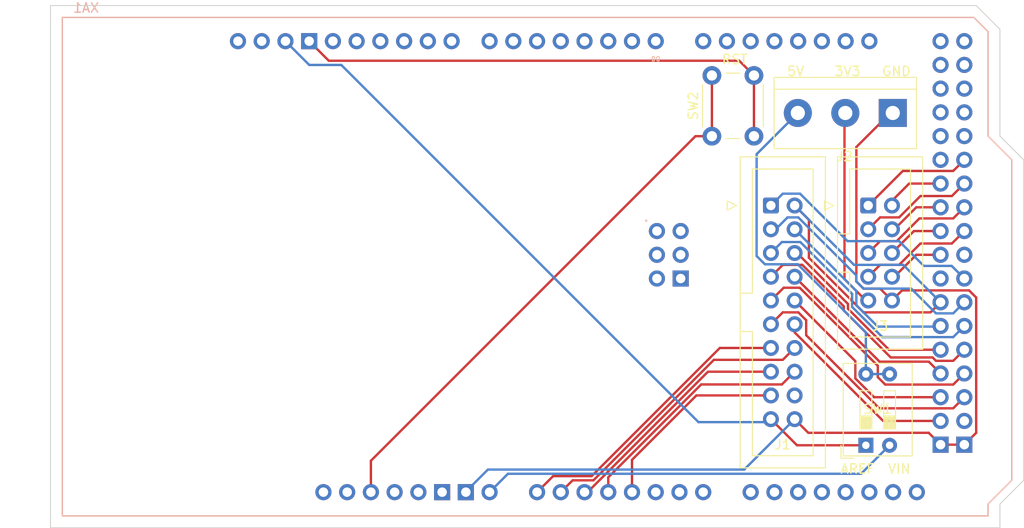
<source format=kicad_pcb>
(kicad_pcb (version 20221018) (generator pcbnew)
  (title_block (title "Control Panel Arduino Mega 2560 Shield") (rev "0"))
  (layers (0 "F.Cu" signal) (31 "B.Cu" signal) (34 "B.Paste" user) (35 "F.Paste" user) (36 "B.SilkS" user "B.Silkscreen") (37 "F.SilkS" user "F.Silkscreen") (38 "B.Mask" user) (39 "F.Mask" user) (44 "Edge.Cuts" user))
  (net 0 "")
  (net 1 "/5V")
  (net 2 "/GND")
  (net 3 "/VR_5")
  (net 4 "/VR_1")
  (net 5 "/VR_2")
  (net 6 "/VR_3")
  (net 7 "/VR_4")
  (net 19 "Net-(XA1-RESET)")
  (net 59 "/SW_T1")
  (net 60 "/SW_T2")
  (net 61 "/SW_T3")
  (net 62 "/SW_T4")
  (net 63 "/SW_T5")
  (net 64 "/SW_R1")
  (net 65 "/SW_R2")
  (net 66 "/SW_R3")
  (net 67 "/SW_R4")
  (net 68 "/SW_P1")
  (net 76 "/SW_P2")
  (net 77 "/SW_P3")
  (net 78 "/3V3")
  (net 80 "/VIN")
  (net 81 "Net-(SW2-Pad2)")
  (net 82 "/AREF")
  (net 84 "/D38")
  (net 85 "/D37")
  (net 86 "/D36")
  (net 87 "/D35")
  (net 88 "/D34")
  (net 89 "/D33")
  (net 90 "/D32")
  (net 91 "/D31")
  (footprint "Button_Switch_THT:SW_DIP_SPSTx02_Slide_9.78x7.26mm_W7.62mm_P2.54mm" (layer "F.Cu") (at 85.984 45.783763 90)
    (fp_text reference "SW1" (at 3.873763 1.27 180) (layer "F.SilkS"))
    (fp_text value "SW_DIP_x02")
    (fp_line (start -1.38 -2.66) (end -1.38 -1.277) (stroke (width 0.12)) (layer "F.SilkS"))
    (fp_line (start -1.38 -2.66) (end 0.004 -2.66) (stroke (width 0.12)) (layer "F.SilkS"))
    (fp_line (start -1.14 -2.42) (end -1.14 4.96) (stroke (width 0.12)) (layer "F.SilkS"))
    (fp_line (start -1.14 -2.42) (end 8.76 -2.42) (stroke (width 0.12)) (layer "F.SilkS"))
    (fp_line (start -1.14 4.96) (end 8.76 4.96) (stroke (width 0.12)) (layer "F.SilkS"))
    (fp_line (start 1.78 -0.635) (end 1.78 0.635) (stroke (width 0.12)) (layer "F.SilkS"))
    (fp_line (start 1.78 -0.515) (end 3.133333 -0.515) (stroke (width 0.12)) (layer "F.SilkS"))
    (fp_line (start 1.78 -0.395) (end 3.133333 -0.395) (stroke (width 0.12)) (layer "F.SilkS"))
    (fp_line (start 1.78 -0.275) (end 3.133333 -0.275) (stroke (width 0.12)) (layer "F.SilkS"))
    (fp_line (start 1.78 -0.155) (end 3.133333 -0.155) (stroke (width 0.12)) (layer "F.SilkS"))
    (fp_line (start 1.78 -0.035) (end 3.133333 -0.035) (stroke (width 0.12)) (layer "F.SilkS"))
    (fp_line (start 1.78 0.085) (end 3.133333 0.085) (stroke (width 0.12)) (layer "F.SilkS"))
    (fp_line (start 1.78 0.205) (end 3.133333 0.205) (stroke (width 0.12)) (layer "F.SilkS"))
    (fp_line (start 1.78 0.325) (end 3.133333 0.325) (stroke (width 0.12)) (layer "F.SilkS"))
    (fp_line (start 1.78 0.445) (end 3.133333 0.445) (stroke (width 0.12)) (layer "F.SilkS"))
    (fp_line (start 1.78 0.565) (end 3.133333 0.565) (stroke (width 0.12)) (layer "F.SilkS"))
    (fp_line (start 1.78 0.635) (end 5.84 0.635) (stroke (width 0.12)) (layer "F.SilkS"))
    (fp_line (start 1.78 1.905) (end 1.78 3.175) (stroke (width 0.12)) (layer "F.SilkS"))
    (fp_line (start 1.78 2.025) (end 3.133333 2.025) (stroke (width 0.12)) (layer "F.SilkS"))
    (fp_line (start 1.78 2.145) (end 3.133333 2.145) (stroke (width 0.12)) (layer "F.SilkS"))
    (fp_line (start 1.78 2.265) (end 3.133333 2.265) (stroke (width 0.12)) (layer "F.SilkS"))
    (fp_line (start 1.78 2.385) (end 3.133333 2.385) (stroke (width 0.12)) (layer "F.SilkS"))
    (fp_line (start 1.78 2.505) (end 3.133333 2.505) (stroke (width 0.12)) (layer "F.SilkS"))
    (fp_line (start 1.78 2.625) (end 3.133333 2.625) (stroke (width 0.12)) (layer "F.SilkS"))
    (fp_line (start 1.78 2.745) (end 3.133333 2.745) (stroke (width 0.12)) (layer "F.SilkS"))
    (fp_line (start 1.78 2.865) (end 3.133333 2.865) (stroke (width 0.12)) (layer "F.SilkS"))
    (fp_line (start 1.78 2.985) (end 3.133333 2.985) (stroke (width 0.12)) (layer "F.SilkS"))
    (fp_line (start 1.78 3.105) (end 3.133333 3.105) (stroke (width 0.12)) (layer "F.SilkS"))
    (fp_line (start 1.78 3.175) (end 5.84 3.175) (stroke (width 0.12)) (layer "F.SilkS"))
    (fp_line (start 3.133333 -0.635) (end 3.133333 0.635) (stroke (width 0.12)) (layer "F.SilkS"))
    (fp_line (start 3.133333 1.905) (end 3.133333 3.175) (stroke (width 0.12)) (layer "F.SilkS"))
    (fp_line (start 5.84 -0.635) (end 1.78 -0.635) (stroke (width 0.12)) (layer "F.SilkS"))
    (fp_line (start 5.84 0.635) (end 5.84 -0.635) (stroke (width 0.12)) (layer "F.SilkS"))
    (fp_line (start 5.84 1.905) (end 1.78 1.905) (stroke (width 0.12)) (layer "F.SilkS"))
    (fp_line (start 5.84 3.175) (end 5.84 1.905) (stroke (width 0.12)) (layer "F.SilkS"))
    (fp_line (start 8.76 -2.42) (end 8.76 4.96) (stroke (width 0.12)) (layer "F.SilkS"))
    (pad "1" thru_hole rect (at 0 0 90) (size 1.6 1.6) (drill 0.8) (layers "*.Cu" "*.Mask") (net 82 "/AREF"))
    (pad "2" thru_hole oval (at 0 2.54 90) (size 1.6 1.6) (drill 0.8) (layers "*.Cu" "*.Mask") (net 80 "/VIN"))
    (pad "3" thru_hole oval (at 7.62 2.54 90) (size 1.6 1.6) (drill 0.8) (layers "*.Cu" "*.Mask") (net 1 "/5V"))
    (pad "4" thru_hole oval (at 7.62 0 90) (size 1.6 1.6) (drill 0.8) (layers "*.Cu" "*.Mask") (net 1 "/5V"))
  )
  (footprint "Connector_IDC:IDC-Header_2x10_P2.54mm_Vertical" (layer "F.Cu") (at 75.824 20.129763)
    (fp_text reference "J1" (at 1.27 25.590237) (layer "F.SilkS"))
    (fp_text value "IDC_SW")
    (fp_line (start -4.68 -0.5) (end -4.68 0.5) (stroke (width 0.12)) (layer "F.SilkS"))
    (fp_line (start -4.68 0.5) (end -3.68 0) (stroke (width 0.12)) (layer "F.SilkS"))
    (fp_line (start -3.68 0) (end -4.68 -0.5) (stroke (width 0.12)) (layer "F.SilkS"))
    (fp_line (start -3.29 -5.21) (end 5.83 -5.21) (stroke (width 0.12)) (layer "F.SilkS"))
    (fp_line (start -3.29 9.38) (end -1.98 9.38) (stroke (width 0.12)) (layer "F.SilkS"))
    (fp_line (start -3.29 28.07) (end -3.29 -5.21) (stroke (width 0.12)) (layer "F.SilkS"))
    (fp_line (start -1.98 -3.91) (end 4.52 -3.91) (stroke (width 0.12)) (layer "F.SilkS"))
    (fp_line (start -1.98 9.38) (end -1.98 -3.91) (stroke (width 0.12)) (layer "F.SilkS"))
    (fp_line (start -1.98 13.48) (end -3.29 13.48) (stroke (width 0.12)) (layer "F.SilkS"))
    (fp_line (start -1.98 13.48) (end -1.98 13.48) (stroke (width 0.12)) (layer "F.SilkS"))
    (fp_line (start -1.98 26.77) (end -1.98 13.48) (stroke (width 0.12)) (layer "F.SilkS"))
    (fp_line (start 4.52 -3.91) (end 4.52 26.77) (stroke (width 0.12)) (layer "F.SilkS"))
    (fp_line (start 4.52 26.77) (end -1.98 26.77) (stroke (width 0.12)) (layer "F.SilkS"))
    (fp_line (start 5.83 -5.21) (end 5.83 28.07) (stroke (width 0.12)) (layer "F.SilkS"))
    (fp_line (start 5.83 28.07) (end -3.29 28.07) (stroke (width 0.12)) (layer "F.SilkS"))
    (pad "1" thru_hole roundrect (at 0 0) (size 1.7 1.7) (drill 1) (layers "*.Cu" "*.Mask") (roundrect_rratio 0.147059) (net 59 "/SW_T1"))
    (pad "2" thru_hole circle (at 2.54 0) (size 1.7 1.7) (drill 1) (layers "*.Cu" "*.Mask") (net 60 "/SW_T2"))
    (pad "3" thru_hole circle (at 0 2.54) (size 1.7 1.7) (drill 1) (layers "*.Cu" "*.Mask") (net 61 "/SW_T3"))
    (pad "4" thru_hole circle (at 2.54 2.54) (size 1.7 1.7) (drill 1) (layers "*.Cu" "*.Mask") (net 62 "/SW_T4"))
    (pad "5" thru_hole circle (at 0 5.08) (size 1.7 1.7) (drill 1) (layers "*.Cu" "*.Mask") (net 63 "/SW_T5"))
    (pad "6" thru_hole circle (at 2.54 5.08) (size 1.7 1.7) (drill 1) (layers "*.Cu" "*.Mask") (net 64 "/SW_R1"))
    (pad "7" thru_hole circle (at 0 7.62) (size 1.7 1.7) (drill 1) (layers "*.Cu" "*.Mask") (net 65 "/SW_R2"))
    (pad "8" thru_hole circle (at 2.54 7.62) (size 1.7 1.7) (drill 1) (layers "*.Cu" "*.Mask") (net 66 "/SW_R3"))
    (pad "9" thru_hole circle (at 0 10.16) (size 1.7 1.7) (drill 1) (layers "*.Cu" "*.Mask") (net 67 "/SW_R4"))
    (pad "10" thru_hole circle (at 2.54 10.16) (size 1.7 1.7) (drill 1) (layers "*.Cu" "*.Mask") (net 68 "/SW_P1"))
    (pad "11" thru_hole circle (at 0 12.7) (size 1.7 1.7) (drill 1) (layers "*.Cu" "*.Mask") (net 76 "/SW_P2"))
    (pad "12" thru_hole circle (at 2.54 12.7) (size 1.7 1.7) (drill 1) (layers "*.Cu" "*.Mask") (net 77 "/SW_P3"))
    (pad "13" thru_hole circle (at 0 15.24) (size 1.7 1.7) (drill 1) (layers "*.Cu" "*.Mask") (net 4 "/VR_1"))
    (pad "14" thru_hole circle (at 2.54 15.24) (size 1.7 1.7) (drill 1) (layers "*.Cu" "*.Mask") (net 5 "/VR_2"))
    (pad "15" thru_hole circle (at 0 17.78) (size 1.7 1.7) (drill 1) (layers "*.Cu" "*.Mask") (net 6 "/VR_3"))
    (pad "16" thru_hole circle (at 2.54 17.78) (size 1.7 1.7) (drill 1) (layers "*.Cu" "*.Mask") (net 7 "/VR_4"))
    (pad "17" thru_hole circle (at 0 20.32) (size 1.7 1.7) (drill 1) (layers "*.Cu" "*.Mask") (net 3 "/VR_5"))
    (pad "18" thru_hole circle (at 2.54 20.32) (size 1.7 1.7) (drill 1) (layers "*.Cu" "*.Mask"))
    (pad "19" thru_hole circle (at 0 22.86) (size 1.7 1.7) (drill 1) (layers "*.Cu" "*.Mask") (net 82 "/AREF"))
    (pad "20" thru_hole circle (at 2.54 22.86) (size 1.7 1.7) (drill 1) (layers "*.Cu" "*.Mask") (net 2 "/GND"))
  )
  (footprint "Connector_IDC:IDC-Header_2x05_P2.54mm_Vertical" (layer "F.Cu") (at 86.238 20.129763)
    (fp_text reference "J3" (at 1.27 12.890237) (layer "F.SilkS"))
    (fp_text value "IDC_RF")
    (fp_line (start -4.68 -0.5) (end -4.68 0.5) (stroke (width 0.12)) (layer "F.SilkS"))
    (fp_line (start -4.68 0.5) (end -3.68 0) (stroke (width 0.12)) (layer "F.SilkS"))
    (fp_line (start -3.68 0) (end -4.68 -0.5) (stroke (width 0.12)) (layer "F.SilkS"))
    (fp_line (start -3.29 -5.21) (end 5.83 -5.21) (stroke (width 0.12)) (layer "F.SilkS"))
    (fp_line (start -3.29 3.03) (end -1.98 3.03) (stroke (width 0.12)) (layer "F.SilkS"))
    (fp_line (start -3.29 15.37) (end -3.29 -5.21) (stroke (width 0.12)) (layer "F.SilkS"))
    (fp_line (start -1.98 -3.91) (end 4.52 -3.91) (stroke (width 0.12)) (layer "F.SilkS"))
    (fp_line (start -1.98 3.03) (end -1.98 -3.91) (stroke (width 0.12)) (layer "F.SilkS"))
    (fp_line (start -1.98 7.13) (end -3.29 7.13) (stroke (width 0.12)) (layer "F.SilkS"))
    (fp_line (start -1.98 7.13) (end -1.98 7.13) (stroke (width 0.12)) (layer "F.SilkS"))
    (fp_line (start -1.98 14.07) (end -1.98 7.13) (stroke (width 0.12)) (layer "F.SilkS"))
    (fp_line (start 4.52 -3.91) (end 4.52 14.07) (stroke (width 0.12)) (layer "F.SilkS"))
    (fp_line (start 4.52 14.07) (end -1.98 14.07) (stroke (width 0.12)) (layer "F.SilkS"))
    (fp_line (start 5.83 -5.21) (end 5.83 15.37) (stroke (width 0.12)) (layer "F.SilkS"))
    (fp_line (start 5.83 15.37) (end -3.29 15.37) (stroke (width 0.12)) (layer "F.SilkS"))
    (pad "1" thru_hole roundrect (at 0 0) (size 1.7 1.7) (drill 1) (layers "*.Cu" "*.Mask") (roundrect_rratio 0.147059) (net 91 "/D31"))
    (pad "2" thru_hole circle (at 2.54 0) (size 1.7 1.7) (drill 1) (layers "*.Cu" "*.Mask") (net 90 "/D32"))
    (pad "3" thru_hole circle (at 0 2.54) (size 1.7 1.7) (drill 1) (layers "*.Cu" "*.Mask") (net 89 "/D33"))
    (pad "4" thru_hole circle (at 2.54 2.54) (size 1.7 1.7) (drill 1) (layers "*.Cu" "*.Mask") (net 88 "/D34"))
    (pad "5" thru_hole circle (at 0 5.08) (size 1.7 1.7) (drill 1) (layers "*.Cu" "*.Mask") (net 87 "/D35"))
    (pad "6" thru_hole circle (at 2.54 5.08) (size 1.7 1.7) (drill 1) (layers "*.Cu" "*.Mask") (net 86 "/D36"))
    (pad "7" thru_hole circle (at 0 7.62) (size 1.7 1.7) (drill 1) (layers "*.Cu" "*.Mask") (net 85 "/D37"))
    (pad "8" thru_hole circle (at 2.54 7.62) (size 1.7 1.7) (drill 1) (layers "*.Cu" "*.Mask") (net 84 "/D38"))
    (pad "9" thru_hole circle (at 0 10.16) (size 1.7 1.7) (drill 1) (layers "*.Cu" "*.Mask") (net 78 "/3V3"))
    (pad "10" thru_hole circle (at 2.54 10.16) (size 1.7 1.7) (drill 1) (layers "*.Cu" "*.Mask") (net 2 "/GND"))
  )
  (footprint "TerminalBlock:TerminalBlock_bornier-3_P5.08mm" (layer "F.Cu") (at 88.865136 10.223763 180)
    (fp_text reference "J2" (at 5.167136 -4.65) (layer "F.SilkS"))
    (fp_text value "Screw_Terminal_01x03")
    (fp_line (start -2.54 -3.81) (end 12.7 -3.81) (stroke (width 0.12)) (layer "F.SilkS"))
    (fp_line (start -2.54 2.54) (end 12.7 2.54) (stroke (width 0.12)) (layer "F.SilkS"))
    (fp_line (start -2.54 3.81) (end -2.54 -3.81) (stroke (width 0.12)) (layer "F.SilkS"))
    (fp_line (start -2.54 3.81) (end 12.7 3.81) (stroke (width 0.12)) (layer "F.SilkS"))
    (fp_line (start 12.7 3.81) (end 12.7 -3.81) (stroke (width 0.12)) (layer "F.SilkS"))
    (pad "1" thru_hole rect (at 0 0 180) (size 3 3) (drill 1.52) (layers "*.Cu" "*.Mask") (net 2 "/GND"))
    (pad "2" thru_hole circle (at 5.08 0 180) (size 3 3) (drill 1.52) (layers "*.Cu" "*.Mask") (net 78 "/3V3"))
    (pad "3" thru_hole circle (at 10.16 0 180) (size 3 3) (drill 1.52) (layers "*.Cu" "*.Mask") (net 1 "/5V"))
  )
  (footprint "PCM_arduino-library:Arduino_Mega2560_Shield" (layer "F.Cu") (at 0 53.34)
    (fp_text reference "XA1" (at 2.54 -54.356) (layer "B.SilkS") (effects (justify mirror)))
    (fp_text value "Arduino_Mega2560_Shield")
    (fp_text user "D0" (at 63.5 -48.895 unlocked) (layer "B.SilkS") (effects (font (size 0.5 0.5) (thickness 0.075)) (justify mirror)))
    (fp_text user "." (at 62.484 -32.004) (layer "B.SilkS"))
    (fp_text user "." (at 62.484 -32.004) (layer "F.SilkS"))
    (fp_text user "D0" (at 63.5 -48.895 unlocked) (layer "F.SilkS") (effects (font (size 0.5 0.5) (thickness 0.075))))
    (fp_line (start 0 -53.34) (end 0 0) (stroke (width 0.15)) (layer "B.SilkS"))
    (fp_line (start 0 -53.34) (end 97.536 -53.34) (stroke (width 0.15)) (layer "B.SilkS"))
    (fp_line (start 0 0) (end 99.06 0) (stroke (width 0.15)) (layer "B.SilkS"))
    (fp_line (start 97.536 -53.34) (end 99.06 -51.816) (stroke (width 0.15)) (layer "B.SilkS"))
    (fp_line (start 99.06 -40.64) (end 99.06 -51.816) (stroke (width 0.15)) (layer "B.SilkS"))
    (fp_line (start 99.06 -1.27) (end 101.6 -3.81) (stroke (width 0.15)) (layer "B.SilkS"))
    (fp_line (start 99.06 0) (end 99.06 -1.27) (stroke (width 0.15)) (layer "B.SilkS"))
    (fp_line (start 101.6 -38.1) (end 99.06 -40.64) (stroke (width 0.15)) (layer "B.SilkS"))
    (fp_line (start 101.6 -3.81) (end 101.6 -38.1) (stroke (width 0.15)) (layer "B.SilkS"))
    (pad "" np_thru_hole circle locked (at 13.97 -2.54) (size 3.2 3.2) (drill 3.2) (layers "*.Cu" "*.Mask"))
    (pad "" np_thru_hole circle locked (at 15.24 -50.8) (size 3.2 3.2) (drill 3.2) (layers "*.Cu" "*.Mask"))
    (pad "" thru_hole oval locked (at 27.94 -2.54) (size 1.7272 1.7272) (drill 1.016) (layers "*.Cu" "*.Mask"))
    (pad "" np_thru_hole circle locked (at 66.04 -35.56) (size 3.2 3.2) (drill 3.2) (layers "*.Cu" "*.Mask"))
    (pad "" np_thru_hole circle locked (at 66.04 -7.62) (size 3.2 3.2) (drill 3.2) (layers "*.Cu" "*.Mask"))
    (pad "" np_thru_hole circle locked (at 90.17 -50.8) (size 3.2 3.2) (drill 3.2) (layers "*.Cu" "*.Mask"))
    (pad "" np_thru_hole circle locked (at 96.52 -2.54) (size 3.2 3.2) (drill 3.2) (layers "*.Cu" "*.Mask"))
    (pad "3V3" thru_hole oval locked (at 35.56 -2.54) (size 1.7272 1.7272) (drill 1.016) (layers "*.Cu" "*.Mask"))
    (pad "5V1" thru_hole oval locked (at 38.1 -2.54) (size 1.7272 1.7272) (drill 1.016) (layers "*.Cu" "*.Mask"))
    (pad "5V2" thru_hole oval locked (at 66.167 -30.48) (size 1.7272 1.7272) (drill 1.016) (layers "*.Cu" "*.Mask"))
    (pad "5V3" thru_hole oval locked (at 93.98 -50.8) (size 1.7272 1.7272) (drill 1.016) (layers "*.Cu" "*.Mask"))
    (pad "5V4" thru_hole oval locked (at 96.52 -50.8) (size 1.7272 1.7272) (drill 1.016) (layers "*.Cu" "*.Mask"))
    (pad "A0" thru_hole oval locked (at 50.8 -2.54) (size 1.7272 1.7272) (drill 1.016) (layers "*.Cu" "*.Mask") (net 4 "/VR_1"))
    (pad "A1" thru_hole oval locked (at 53.34 -2.54) (size 1.7272 1.7272) (drill 1.016) (layers "*.Cu" "*.Mask") (net 5 "/VR_2"))
    (pad "A2" thru_hole oval locked (at 55.88 -2.54) (size 1.7272 1.7272) (drill 1.016) (layers "*.Cu" "*.Mask") (net 6 "/VR_3"))
    (pad "A3" thru_hole oval locked (at 58.42 -2.54) (size 1.7272 1.7272) (drill 1.016) (layers "*.Cu" "*.Mask") (net 7 "/VR_4"))
    (pad "A4" thru_hole oval locked (at 60.96 -2.54) (size 1.7272 1.7272) (drill 1.016) (layers "*.Cu" "*.Mask") (net 3 "/VR_5"))
    (pad "A5" thru_hole oval locked (at 63.5 -2.54) (size 1.7272 1.7272) (drill 1.016) (layers "*.Cu" "*.Mask"))
    (pad "A6" thru_hole oval locked (at 66.04 -2.54) (size 1.7272 1.7272) (drill 1.016) (layers "*.Cu" "*.Mask"))
    (pad "A7" thru_hole oval locked (at 68.58 -2.54) (size 1.7272 1.7272) (drill 1.016) (layers "*.Cu" "*.Mask"))
    (pad "A8" thru_hole oval locked (at 73.66 -2.54) (size 1.7272 1.7272) (drill 1.016) (layers "*.Cu" "*.Mask"))
    (pad "A9" thru_hole oval locked (at 76.2 -2.54) (size 1.7272 1.7272) (drill 1.016) (layers "*.Cu" "*.Mask"))
    (pad "A10" thru_hole oval locked (at 78.74 -2.54) (size 1.7272 1.7272) (drill 1.016) (layers "*.Cu" "*.Mask"))
    (pad "A11" thru_hole oval locked (at 81.28 -2.54) (size 1.7272 1.7272) (drill 1.016) (layers "*.Cu" "*.Mask"))
    (pad "A12" thru_hole oval locked (at 83.82 -2.54) (size 1.7272 1.7272) (drill 1.016) (layers "*.Cu" "*.Mask"))
    (pad "A13" thru_hole oval locked (at 86.36 -2.54) (size 1.7272 1.7272) (drill 1.016) (layers "*.Cu" "*.Mask"))
    (pad "A14" thru_hole oval locked (at 88.9 -2.54) (size 1.7272 1.7272) (drill 1.016) (layers "*.Cu" "*.Mask"))
    (pad "A15" thru_hole oval locked (at 91.44 -2.54) (size 1.7272 1.7272) (drill 1.016) (layers "*.Cu" "*.Mask"))
    (pad "AREF" thru_hole oval locked (at 23.876 -50.8) (size 1.7272 1.7272) (drill 1.016) (layers "*.Cu" "*.Mask") (net 82 "/AREF"))
    (pad "D0" thru_hole oval locked (at 63.5 -50.8) (size 1.7272 1.7272) (drill 1.016) (layers "*.Cu" "*.Mask"))
    (pad "D1" thru_hole oval locked (at 60.96 -50.8) (size 1.7272 1.7272) (drill 1.016) (layers "*.Cu" "*.Mask"))
    (pad "D2" thru_hole oval locked (at 58.42 -50.8) (size 1.7272 1.7272) (drill 1.016) (layers "*.Cu" "*.Mask"))
    (pad "D3" thru_hole oval locked (at 55.88 -50.8) (size 1.7272 1.7272) (drill 1.016) (layers "*.Cu" "*.Mask"))
    (pad "D4" thru_hole oval locked (at 53.34 -50.8) (size 1.7272 1.7272) (drill 1.016) (layers "*.Cu" "*.Mask"))
    (pad "D5" thru_hole oval locked (at 50.8 -50.8) (size 1.7272 1.7272) (drill 1.016) (layers "*.Cu" "*.Mask"))
    (pad "D6" thru_hole oval locked (at 48.26 -50.8) (size 1.7272 1.7272) (drill 1.016) (layers "*.Cu" "*.Mask"))
    (pad "D7" thru_hole oval locked (at 45.72 -50.8) (size 1.7272 1.7272) (drill 1.016) (layers "*.Cu" "*.Mask"))
    (pad "D8" thru_hole oval locked (at 41.656 -50.8) (size 1.7272 1.7272) (drill 1.016) (layers "*.Cu" "*.Mask"))
    (pad "D9" thru_hole oval locked (at 39.116 -50.8) (size 1.7272 1.7272) (drill 1.016) (layers "*.Cu" "*.Mask"))
    (pad "D10" thru_hole oval locked (at 36.576 -50.8) (size 1.7272 1.7272) (drill 1.016) (layers "*.Cu" "*.Mask"))
    (pad "D11" thru_hole oval locked (at 34.036 -50.8) (size 1.7272 1.7272) (drill 1.016) (layers "*.Cu" "*.Mask"))
    (pad "D12" thru_hole oval locked (at 31.496 -50.8) (size 1.7272 1.7272) (drill 1.016) (layers "*.Cu" "*.Mask"))
    (pad "D13" thru_hole oval locked (at 28.956 -50.8) (size 1.7272 1.7272) (drill 1.016) (layers "*.Cu" "*.Mask"))
    (pad "D14" thru_hole oval locked (at 68.58 -50.8) (size 1.7272 1.7272) (drill 1.016) (layers "*.Cu" "*.Mask"))
    (pad "D15" thru_hole oval locked (at 71.12 -50.8) (size 1.7272 1.7272) (drill 1.016) (layers "*.Cu" "*.Mask"))
    (pad "D16" thru_hole oval locked (at 73.66 -50.8) (size 1.7272 1.7272) (drill 1.016) (layers "*.Cu" "*.Mask"))
    (pad "D17" thru_hole oval locked (at 76.2 -50.8) (size 1.7272 1.7272) (drill 1.016) (layers "*.Cu" "*.Mask"))
    (pad "D18" thru_hole oval locked (at 78.74 -50.8) (size 1.7272 1.7272) (drill 1.016) (layers "*.Cu" "*.Mask"))
    (pad "D19" thru_hole oval locked (at 81.28 -50.8) (size 1.7272 1.7272) (drill 1.016) (layers "*.Cu" "*.Mask"))
    (pad "D20" thru_hole oval locked (at 83.82 -50.8) (size 1.7272 1.7272) (drill 1.016) (layers "*.Cu" "*.Mask"))
    (pad "D21" thru_hole oval locked (at 86.36 -50.8) (size 1.7272 1.7272) (drill 1.016) (layers "*.Cu" "*.Mask"))
    (pad "D22" thru_hole oval locked (at 93.98 -48.26) (size 1.7272 1.7272) (drill 1.016) (layers "*.Cu" "*.Mask"))
    (pad "D23" thru_hole oval locked (at 96.52 -48.26) (size 1.7272 1.7272) (drill 1.016) (layers "*.Cu" "*.Mask"))
    (pad "D24" thru_hole oval locked (at 93.98 -45.72) (size 1.7272 1.7272) (drill 1.016) (layers "*.Cu" "*.Mask"))
    (pad "D25" thru_hole oval locked (at 96.52 -45.72) (size 1.7272 1.7272) (drill 1.016) (layers "*.Cu" "*.Mask"))
    (pad "D26" thru_hole oval locked (at 93.98 -43.18) (size 1.7272 1.7272) (drill 1.016) (layers "*.Cu" "*.Mask"))
    (pad "D27" thru_hole oval locked (at 96.52 -43.18) (size 1.7272 1.7272) (drill 1.016) (layers "*.Cu" "*.Mask"))
    (pad "D28" thru_hole oval locked (at 93.98 -40.64) (size 1.7272 1.7272) (drill 1.016) (layers "*.Cu" "*.Mask"))
    (pad "D29" thru_hole oval locked (at 96.52 -40.64) (size 1.7272 1.7272) (drill 1.016) (layers "*.Cu" "*.Mask"))
    (pad "D30" thru_hole oval locked (at 93.98 -38.1) (size 1.7272 1.7272) (drill 1.016) (layers "*.Cu" "*.Mask"))
    (pad "D31" thru_hole oval locked (at 96.52 -38.1) (size 1.7272 1.7272) (drill 1.016) (layers "*.Cu" "*.Mask") (net 91 "/D31"))
    (pad "D32" thru_hole oval locked (at 93.98 -35.56) (size 1.7272 1.7272) (drill 1.016) (layers "*.Cu" "*.Mask") (net 90 "/D32"))
    (pad "D33" thru_hole oval locked (at 96.52 -35.56) (size 1.7272 1.7272) (drill 1.016) (layers "*.Cu" "*.Mask") (net 89 "/D33"))
    (pad "D34" thru_hole oval locked (at 93.98 -33.02) (size 1.7272 1.7272) (drill 1.016) (layers "*.Cu" "*.Mask") (net 88 "/D34"))
    (pad "D35" thru_hole oval locked (at 96.52 -33.02) (size 1.7272 1.7272) (drill 1.016) (layers "*.Cu" "*.Mask") (net 87 "/D35"))
    (pad "D36" thru_hole oval locked (at 93.98 -30.48) (size 1.7272 1.7272) (drill 1.016) (layers "*.Cu" "*.Mask") (net 86 "/D36"))
    (pad "D37" thru_hole oval locked (at 96.52 -30.48) (size 1.7272 1.7272) (drill 1.016) (layers "*.Cu" "*.Mask") (net 85 "/D37"))
    (pad "D38" thru_hole oval locked (at 93.98 -27.94) (size 1.7272 1.7272) (drill 1.016) (layers "*.Cu" "*.Mask") (net 84 "/D38"))
    (pad "D39" thru_hole oval locked (at 96.52 -27.94) (size 1.7272 1.7272) (drill 1.016) (layers "*.Cu" "*.Mask"))
    (pad "D40" thru_hole oval locked (at 93.98 -25.4) (size 1.7272 1.7272) (drill 1.016) (layers "*.Cu" "*.Mask"))
    (pad "D41" thru_hole oval locked (at 96.52 -25.4) (size 1.7272 1.7272) (drill 1.016) (layers "*.Cu" "*.Mask") (net 59 "/SW_T1"))
    (pad "D42" thru_hole oval locked (at 93.98 -22.86) (size 1.7272 1.7272) (drill 1.016) (layers "*.Cu" "*.Mask") (net 60 "/SW_T2"))
    (pad "D43" thru_hole oval locked (at 96.52 -22.86) (size 1.7272 1.7272) (drill 1.016) (layers "*.Cu" "*.Mask") (net 61 "/SW_T3"))
    (pad "D44" thru_hole oval locked (at 93.98 -20.32) (size 1.7272 1.7272) (drill 1.016) (layers "*.Cu" "*.Mask") (net 62 "/SW_T4"))
    (pad "D45" thru_hole oval locked (at 96.52 -20.32) (size 1.7272 1.7272) (drill 1.016) (layers "*.Cu" "*.Mask") (net 63 "/SW_T5"))
    (pad "D46" thru_hole oval locked (at 93.98 -17.78) (size 1.7272 1.7272) (drill 1.016) (layers "*.Cu" "*.Mask") (net 64 "/SW_R1"))
    (pad "D47" thru_hole oval locked (at 96.52 -17.78) (size 1.7272 1.7272) (drill 1.016) (layers "*.Cu" "*.Mask") (net 65 "/SW_R2"))
    (pad "D48" thru_hole oval locked (at 93.98 -15.24) (size 1.7272 1.7272) (drill 1.016) (layers "*.Cu" "*.Mask") (net 66 "/SW_R3"))
    (pad "D49" thru_hole oval locked (at 96.52 -15.24) (size 1.7272 1.7272) (drill 1.016) (layers "*.Cu" "*.Mask") (net 67 "/SW_R4"))
    (pad "D50" thru_hole oval locked (at 93.98 -12.7) (size 1.7272 1.7272) (drill 1.016) (layers "*.Cu" "*.Mask") (net 68 "/SW_P1"))
    (pad "D51" thru_hole oval locked (at 96.52 -12.7) (size 1.7272 1.7272) (drill 1.016) (layers "*.Cu" "*.Mask") (net 76 "/SW_P2"))
    (pad "D52" thru_hole oval locked (at 93.98 -10.16) (size 1.7272 1.7272) (drill 1.016) (layers "*.Cu" "*.Mask") (net 77 "/SW_P3"))
    (pad "D53" thru_hole oval locked (at 96.52 -10.16) (size 1.7272 1.7272) (drill 1.016) (layers "*.Cu" "*.Mask"))
    (pad "GND1" thru_hole rect locked (at 26.416 -50.8) (size 1.7272 1.7272) (drill 1.016) (layers "*.Cu" "*.Mask") (net 81 "Net-(SW2-Pad2)"))
    (pad "GND2" thru_hole rect locked (at 40.64 -2.54) (size 1.7272 1.7272) (drill 1.016) (layers "*.Cu" "*.Mask"))
    (pad "GND3" thru_hole rect locked (at 43.18 -2.54) (size 1.7272 1.7272) (drill 1.016) (layers "*.Cu" "*.Mask") (net 2 "/GND"))
    (pad "GND4" thru_hole rect locked (at 66.167 -25.4) (size 1.7272 1.7272) (drill 1.016) (layers "*.Cu" "*.Mask"))
    (pad "GND5" thru_hole rect locked (at 93.98 -7.62) (size 1.7272 1.7272) (drill 1.016) (layers "*.Cu" "*.Mask") (net 2 "/GND"))
    (pad "GND6" thru_hole rect locked (at 96.52 -7.62) (size 1.7272 1.7272) (drill 1.016) (layers "*.Cu" "*.Mask") (net 2 "/GND"))
    (pad "IORF" thru_hole oval locked (at 30.48 -2.54) (size 1.7272 1.7272) (drill 1.016) (layers "*.Cu" "*.Mask"))
    (pad "MISO" thru_hole oval locked (at 63.627 -30.48) (size 1.7272 1.7272) (drill 1.016) (layers "*.Cu" "*.Mask"))
    (pad "MOSI" thru_hole oval locked (at 66.167 -27.94) (size 1.7272 1.7272) (drill 1.016) (layers "*.Cu" "*.Mask"))
    (pad "RST1" thru_hole oval locked (at 33.02 -2.54) (size 1.7272 1.7272) (drill 1.016) (layers "*.Cu" "*.Mask") (net 19 "Net-(XA1-RESET)"))
    (pad "RST2" thru_hole oval locked (at 63.627 -25.4) (size 1.7272 1.7272) (drill 1.016) (layers "*.Cu" "*.Mask"))
    (pad "SCK" thru_hole oval locked (at 63.627 -27.94) (size 1.7272 1.7272) (drill 1.016) (layers "*.Cu" "*.Mask"))
    (pad "SCL" thru_hole oval locked (at 18.796 -50.8) (size 1.7272 1.7272) (drill 1.016) (layers "*.Cu" "*.Mask"))
    (pad "SDA" thru_hole oval locked (at 21.336 -50.8) (size 1.7272 1.7272) (drill 1.016) (layers "*.Cu" "*.Mask"))
    (pad "VIN" thru_hole oval locked (at 45.72 -2.54) (size 1.7272 1.7272) (drill 1.016) (layers "*.Cu" "*.Mask") (net 80 "/VIN"))
  )
  (footprint "Button_Switch_THT:SW_PUSH_6mm_H5mm" (layer "F.Cu") (at 69.51 12.711763 90)
    (fp_text reference "SW2" (at 3.25 -2 90) (layer "F.SilkS"))
    (fp_text value "SW_Push")
    (fp_line (start -0.25 1.5) (end -0.25 3) (stroke (width 0.12)) (layer "F.SilkS"))
    (fp_line (start 1 5.5) (end 5.5 5.5) (stroke (width 0.12)) (layer "F.SilkS"))
    (fp_line (start 5.5 -1) (end 1 -1) (stroke (width 0.12)) (layer "F.SilkS"))
    (fp_line (start 6.75 3) (end 6.75 1.5) (stroke (width 0.12)) (layer "F.SilkS"))
    (pad "1" thru_hole circle (at 0 0 180) (size 2 2) (drill 1.1) (layers "*.Cu" "*.Mask") (net 19 "Net-(XA1-RESET)"))
    (pad "1" thru_hole circle (at 6.5 0 180) (size 2 2) (drill 1.1) (layers "*.Cu" "*.Mask") (net 19 "Net-(XA1-RESET)"))
    (pad "2" thru_hole circle (at 0 4.5 180) (size 2 2) (drill 1.1) (layers "*.Cu" "*.Mask") (net 81 "Net-(SW2-Pad2)"))
    (pad "2" thru_hole circle (at 6.5 4.5 180) (size 2 2) (drill 1.1) (layers "*.Cu" "*.Mask") (net 81 "Net-(SW2-Pad2)"))
  )
  (gr_poly (pts (xy -1.27 -1.27) (xy -1.27 54.61) (xy 100.33 54.61) (xy 100.33 52.07) (xy 102.87 49.53) (xy 102.87 15.24) (xy 100.33 12.7) (xy 100.33 1.27) (xy 97.79 -1.27)) (stroke (width 0.1)) (fill none) (layer "Edge.Cuts"))
  (gr_text "5V" (at 77.47 6.35) (layer "F.SilkS") (effects (font (size 1 1)) (justify left bottom)))
  (gr_text "3V3" (at 82.55 6.35) (layer "F.SilkS") (effects (font (size 1 1)) (justify left bottom)))
  (gr_text "GND" (at 87.63 6.35) (layer "F.SilkS") (effects (font (size 1 1)) (justify left bottom)))
  (gr_text "VIN" (at 88.265 48.895) (layer "F.SilkS") (effects (font (size 1 1)) (justify left bottom)))
  (gr_text "AREF" (at 83.185 48.895) (layer "F.SilkS") (effects (font (size 1 1)) (justify left bottom)))
  (gr_text "RST" (at 70.485 5.08) (layer "F.SilkS") (effects (font (size 1 1)) (justify left bottom)))
  (segment (start 88.524 38.163763) (end 85.984 38.163763) (width 0.25) (layer "B.Cu") (net 1))
  (segment (start 74.295 14.633899) (end 78.705136 10.223763) (width 0.25) (layer "B.Cu") (net 1))
  (segment (start 78.691938 26.416) (end 75.184 26.416) (width 0.25) (layer "B.Cu") (net 1))
  (segment (start 75.184 26.416) (end 74.295 25.527) (width 0.25) (layer "B.Cu") (net 1))
  (segment (start 85.984 33.708062) (end 78.691938 26.416) (width 0.25) (layer "B.Cu") (net 1))
  (segment (start 74.295 25.527) (end 74.295 14.633899) (width 0.25) (layer "B.Cu") (net 1))
  (segment (start 85.984 38.163763) (end 85.984 33.708062) (width 0.25) (layer "B.Cu") (net 1))
  (segment (start 89.857763 29.21) (end 97.028 29.21) (width 0.25) (layer "F.Cu") (net 2))
  (segment (start 93.98 45.72) (end 92.71 44.45) (width 0.25) (layer "F.Cu") (net 2))
  (segment (start 79.824237 44.45) (end 78.364 42.989763) (width 0.25) (layer "F.Cu") (net 2))
  (segment (start 87.508 29.019763) (end 85.73 29.019763) (width 0.25) (layer "F.Cu") (net 2))
  (segment (start 93.98 45.72) (end 96.52 45.72) (width 0.25) (layer "F.Cu") (net 2))
  (segment (start 87.508 29.019763) (end 88.778 30.289763) (width 0.25) (layer "F.Cu") (net 2))
  (segment (start 97.028 29.21) (end 97.79 29.972) (width 0.25) (layer "F.Cu") (net 2))
  (segment (start 97.79 29.972) (end 97.79 44.45) (width 0.25) (layer "F.Cu") (net 2))
  (segment (start 84.968 13.866899) (end 88.865136 9.969763) (width 0.25) (layer "F.Cu") (net 2))
  (segment (start 84.968 28.257763) (end 84.968 13.866899) (width 0.25) (layer "F.Cu") (net 2))
  (segment (start 85.73 29.019763) (end 84.968 28.257763) (width 0.25) (layer "F.Cu") (net 2))
  (segment (start 89.857763 29.21) (end 88.778 30.289763) (width 0.25) (layer "F.Cu") (net 2))
  (segment (start 92.71 44.45) (end 79.824237 44.45) (width 0.25) (layer "F.Cu") (net 2))
  (segment (start 97.79 44.45) (end 96.52 45.72) (width 0.25) (layer "F.Cu") (net 2))
  (segment (start 43.18 50.8) (end 43.18 50.741763) (width 0.25) (layer "B.Cu") (net 2))
  (segment (start 72.972 48.381763) (end 78.364 42.989763) (width 0.25) (layer "B.Cu") (net 2))
  (segment (start 43.18 50.741763) (end 45.54 48.381763) (width 0.25) (layer "B.Cu") (net 2))
  (segment (start 45.54 48.381763) (end 72.972 48.381763) (width 0.25) (layer "B.Cu") (net 2))
  (segment (start 60.96 47.342346) (end 60.96 50.8) (width 0.25) (layer "F.Cu") (net 3))
  (segment (start 75.824 40.449763) (end 67.852583 40.449763) (width 0.25) (layer "F.Cu") (net 3))
  (segment (start 67.852583 40.449763) (end 60.96 47.342346) (width 0.25) (layer "F.Cu") (net 3))
  (segment (start 75.824 35.369763) (end 70.358812 35.369763) (width 0.25) (layer "F.Cu") (net 4))
  (segment (start 52.514237 49.085763) (end 50.8 50.8) (width 0.25) (layer "F.Cu") (net 4))
  (segment (start 56.642812 49.085763) (end 52.514237 49.085763) (width 0.25) (layer "F.Cu") (net 4))
  (segment (start 70.358812 35.369763) (end 56.642812 49.085763) (width 0.25) (layer "F.Cu") (net 4))
  (segment (start 77.094 36.639763) (end 69.725208 36.639763) (width 0.25) (layer "F.Cu") (net 5))
  (segment (start 78.364 35.369763) (end 77.094 36.639763) (width 0.25) (layer "F.Cu") (net 5))
  (segment (start 69.725208 36.639763) (end 56.829208 49.535763) (width 0.25) (layer "F.Cu") (net 5))
  (segment (start 56.829208 49.535763) (end 54.604237 49.535763) (width 0.25) (layer "F.Cu") (net 5))
  (segment (start 54.604237 49.535763) (end 53.34 50.8) (width 0.25) (layer "F.Cu") (net 5))
  (segment (start 56.201367 50.8) (end 55.88 50.8) (width 0.25) (layer "F.Cu") (net 6))
  (segment (start 75.824 37.909763) (end 69.091604 37.909763) (width 0.25) (layer "F.Cu") (net 6))
  (segment (start 69.091604 37.909763) (end 56.201367 50.8) (width 0.25) (layer "F.Cu") (net 6))
  (segment (start 58.42 49.217763) (end 58.42 50.8) (width 0.25) (layer "F.Cu") (net 7))
  (segment (start 78.364 37.909763) (end 76.999 39.274763) (width 0.25) (layer "F.Cu") (net 7))
  (segment (start 76.999 39.274763) (end 68.363 39.274763) (width 0.25) (layer "F.Cu") (net 7))
  (segment (start 68.363 39.274763) (end 58.42 49.217763) (width 0.25) (layer "F.Cu") (net 7))
  (segment (start 69.51 12.711763) (end 67.748 12.711763) (width 0.25) (layer "F.Cu") (net 19))
  (segment (start 33.02 47.439763) (end 33.02 50.8) (width 0.25) (layer "F.Cu") (net 19))
  (segment (start 69.51 6.719763) (end 69.51 13.219763) (width 0.25) (layer "F.Cu") (net 19))
  (segment (start 67.748 12.711763) (end 33.02 47.439763) (width 0.25) (layer "F.Cu") (net 19))
  (segment (start 92.188837 26.5886) (end 95.1686 26.5886) (width 0.25) (layer "B.Cu") (net 59))
  (segment (start 75.824 20.129763) (end 77.094 18.859763) (width 0.25) (layer "B.Cu") (net 59))
  (segment (start 89.54 23.939763) (end 92.188837 26.5886) (width 0.25) (layer "B.Cu") (net 59))
  (segment (start 78.940851 18.859763) (end 84.020851 23.939763) (width 0.25) (layer "B.Cu") (net 59))
  (segment (start 84.020851 23.939763) (end 89.54 23.939763) (width 0.25) (layer "B.Cu") (net 59))
  (segment (start 77.094 18.859763) (end 78.940851 18.859763) (width 0.25) (layer "B.Cu") (net 59))
  (segment (start 95.1686 26.5886) (end 96.52 27.94) (width 0.25) (layer "B.Cu") (net 59))
  (segment (start 78.364 20.129763) (end 79.888 21.653763) (width 0.25) (layer "F.Cu") (net 60))
  (segment (start 85.73 31.559763) (end 92.900237 31.559763) (width 0.25) (layer "F.Cu") (net 60))
  (segment (start 92.900237 31.559763) (end 93.98 30.48) (width 0.25) (layer "F.Cu") (net 60))
  (segment (start 79.888 21.653763) (end 79.888 25.717763) (width 0.25) (layer "F.Cu") (net 60))
  (segment (start 79.888 25.717763) (end 85.73 31.559763) (width 0.25) (layer "F.Cu") (net 60))
  (segment (start 84.714 26.479763) (end 89.979763 26.479763) (width 0.25) (layer "B.Cu") (net 60))
  (segment (start 78.364 20.129763) (end 84.714 26.479763) (width 0.25) (layer "B.Cu") (net 60))
  (segment (start 89.979763 26.479763) (end 93.98 30.48) (width 0.25) (layer "B.Cu") (net 60))
  (segment (start 95.3314 31.6686) (end 96.52 30.48) (width 0.25) (layer "B.Cu") (net 61))
  (segment (start 84.968 27.612062) (end 84.968 28.257763) (width 0.25) (layer "B.Cu") (net 61))
  (segment (start 75.824 22.669763) (end 76.332 22.669763) (width 0.25) (layer "B.Cu") (net 61))
  (segment (start 93.487665 31.6686) (end 95.3314 31.6686) (width 0.25) (layer "B.Cu") (net 61))
  (segment (start 90.838828 29.019763) (end 93.487665 31.6686) (width 0.25) (layer "B.Cu") (net 61))
  (segment (start 85.73 29.019763) (end 90.838828 29.019763) (width 0.25) (layer "B.Cu") (net 61))
  (segment (start 76.332 22.669763) (end 77.602 21.399763) (width 0.25) (layer "B.Cu") (net 61))
  (segment (start 77.602 21.399763) (end 78.755701 21.399763) (width 0.25) (layer "B.Cu") (net 61))
  (segment (start 84.968 28.257763) (end 85.73 29.019763) (width 0.25) (layer "B.Cu") (net 61))
  (segment (start 78.755701 21.399763) (end 84.968 27.612062) (width 0.25) (layer "B.Cu") (net 61))
  (segment (start 93.916237 33.083763) (end 93.98 33.02) (width 0.25) (layer "B.Cu") (net 62))
  (segment (start 87.254 33.083763) (end 93.916237 33.083763) (width 0.25) (layer "B.Cu") (net 62))
  (segment (start 84.968 30.797763) (end 87.254 33.083763) (width 0.25) (layer "B.Cu") (net 62))
  (segment (start 78.364 22.669763) (end 84.968 29.273763) (width 0.25) (layer "B.Cu") (net 62))
  (segment (start 84.968 29.273763) (end 84.968 30.797763) (width 0.25) (layer "B.Cu") (net 62))
  (segment (start 78.967 24.034763) (end 84.518 29.585763) (width 0.25) (layer "B.Cu") (net 63))
  (segment (start 84.518 29.585763) (end 84.518 30.984159) (width 0.25) (layer "B.Cu") (net 63))
  (segment (start 84.518 30.984159) (end 87.742441 34.2086) (width 0.25) (layer "B.Cu") (net 63))
  (segment (start 76.999 24.034763) (end 78.967 24.034763) (width 0.25) (layer "B.Cu") (net 63))
  (segment (start 87.742441 34.2086) (end 95.3314 34.2086) (width 0.25) (layer "B.Cu") (net 63))
  (segment (start 75.824 25.209763) (end 76.999 24.034763) (width 0.25) (layer "B.Cu") (net 63))
  (segment (start 95.3314 34.2086) (end 96.52 33.02) (width 0.25) (layer "B.Cu") (net 63))
  (segment (start 78.364 25.209763) (end 78.618 25.209763) (width 0.25) (layer "F.Cu") (net 64))
  (segment (start 84.068 30.659763) (end 84.068 31.170555) (width 0.25) (layer "F.Cu") (net 64))
  (segment (start 88.457445 35.56) (end 93.98 35.56) (width 0.25) (layer "F.Cu") (net 64))
  (segment (start 78.618 25.209763) (end 84.068 30.659763) (width 0.25) (layer "F.Cu") (net 64))
  (segment (start 84.068 31.170555) (end 88.457445 35.56) (width 0.25) (layer "F.Cu") (net 64))
  (segment (start 79.188802 26.479763) (end 83.618 30.908961) (width 0.25) (layer "F.Cu") (net 65))
  (segment (start 95.3314 36.7486) (end 96.52 35.56) (width 0.25) (layer "F.Cu") (net 65))
  (segment (start 77.094 26.479763) (end 79.188802 26.479763) (width 0.25) (layer "F.Cu") (net 65))
  (segment (start 83.618 31.356951) (end 88.646812 36.385763) (width 0.25) (layer "F.Cu") (net 65))
  (segment (start 88.646812 36.385763) (end 93.124828 36.385763) (width 0.25) (layer "F.Cu") (net 65))
  (segment (start 93.487665 36.7486) (end 95.3314 36.7486) (width 0.25) (layer "F.Cu") (net 65))
  (segment (start 93.124828 36.385763) (end 93.487665 36.7486) (width 0.25) (layer "F.Cu") (net 65))
  (segment (start 75.824 27.749763) (end 77.094 26.479763) (width 0.25) (layer "F.Cu") (net 65))
  (segment (start 83.618 30.908961) (end 83.618 31.356951) (width 0.25) (layer "F.Cu") (net 65))
  (segment (start 92.715763 36.835763) (end 93.98 38.1) (width 0.25) (layer "F.Cu") (net 66))
  (segment (start 78.364 27.749763) (end 87.45 36.835763) (width 0.25) (layer "F.Cu") (net 66))
  (segment (start 87.45 36.835763) (end 92.715763 36.835763) (width 0.25) (layer "F.Cu") (net 66))
  (segment (start 95.3314 39.2886) (end 96.52 38.1) (width 0.25) (layer "F.Cu") (net 67))
  (segment (start 87.263604 37.285763) (end 87.263604 38.494358) (width 0.25) (layer "F.Cu") (net 67))
  (segment (start 75.824 30.289763) (end 77.189 28.924763) (width 0.25) (layer "F.Cu") (net 67))
  (segment (start 87.263604 38.494358) (end 88.057846 39.2886) (width 0.25) (layer "F.Cu") (net 67))
  (segment (start 78.902604 28.924763) (end 87.263604 37.285763) (width 0.25) (layer "F.Cu") (net 67))
  (segment (start 88.057846 39.2886) (end 95.3314 39.2886) (width 0.25) (layer "F.Cu") (net 67))
  (segment (start 77.189 28.924763) (end 78.902604 28.924763) (width 0.25) (layer "F.Cu") (net 67))
  (segment (start 78.364 30.289763) (end 84.859 36.784763) (width 0.25) (layer "F.Cu") (net 68))
  (segment (start 84.859 36.784763) (end 84.859 38.629754) (width 0.25) (layer "F.Cu") (net 68))
  (segment (start 86.869246 40.64) (end 93.98 40.64) (width 0.25) (layer "F.Cu") (net 68))
  (segment (start 84.859 38.629754) (end 86.869246 40.64) (width 0.25) (layer "F.Cu") (net 68))
  (segment (start 79.597613 32.401675) (end 79.597613 34.004763) (width 0.25) (layer "F.Cu") (net 76))
  (segment (start 87.42145 41.8286) (end 95.3314 41.8286) (width 0.25) (layer "F.Cu") (net 76))
  (segment (start 77.094 31.559763) (end 78.755701 31.559763) (width 0.25) (layer "F.Cu") (net 76))
  (segment (start 75.824 32.829763) (end 77.094 31.559763) (width 0.25) (layer "F.Cu") (net 76))
  (segment (start 78.755701 31.559763) (end 79.597613 32.401675) (width 0.25) (layer "F.Cu") (net 76))
  (segment (start 79.597613 34.004763) (end 87.42145 41.8286) (width 0.25) (layer "F.Cu") (net 76))
  (segment (start 95.3314 41.8286) (end 96.52 40.64) (width 0.25) (layer "F.Cu") (net 76))
  (segment (start 78.364 33.708062) (end 87.835938 43.18) (width 0.25) (layer "F.Cu") (net 77))
  (segment (start 87.835938 43.18) (end 93.98 43.18) (width 0.25) (layer "F.Cu") (net 77))
  (segment (start 78.364 32.829763) (end 78.364 33.708062) (width 0.25) (layer "F.Cu") (net 77))
  (segment (start 83.698 28.003763) (end 83.698 10.310899) (width 0.25) (layer "F.Cu") (net 78))
  (segment (start 83.698 10.310899) (end 83.785136 10.223763) (width 0.25) (layer "F.Cu") (net 78))
  (segment (start 86.238 30.289763) (end 85.984 30.289763) (width 0.25) (layer "F.Cu") (net 78))
  (segment (start 85.984 30.289763) (end 83.698 28.003763) (width 0.25) (layer "F.Cu") (net 78))
  (segment (start 88.524 45.783763) (end 85.476 48.831763) (width 0.25) (layer "B.Cu") (net 80))
  (segment (start 47.688237 48.831763) (end 45.72 50.8) (width 0.25) (layer "B.Cu") (net 80))
  (segment (start 85.476 48.831763) (end 47.688237 48.831763) (width 0.25) (layer "B.Cu") (net 80))
  (segment (start 74.01 6.211763) (end 72.434 4.635763) (width 0.25) (layer "F.Cu") (net 81))
  (segment (start 28.511763 4.635763) (end 26.416 2.54) (width 0.25) (layer "F.Cu") (net 81))
  (segment (start 74.01 12.711763) (end 74.01 6.211763) (width 0.25) (layer "F.Cu") (net 81))
  (segment (start 72.434 4.635763) (end 28.511763 4.635763) (width 0.25) (layer "F.Cu") (net 81))
  (segment (start 85.984 45.783763) (end 78.618 45.783763) (width 0.25) (layer "F.Cu") (net 82))
  (segment (start 78.618 45.783763) (end 75.824 42.989763) (width 0.25) (layer "F.Cu") (net 82))
  (segment (start 68.072961 43.307961) (end 75.505802 43.307961) (width 0.25) (layer "B.Cu") (net 82))
  (segment (start 23.876 2.54) (end 26.421763 5.085763) (width 0.25) (layer "B.Cu") (net 82))
  (segment (start 26.421763 5.085763) (end 29.850763 5.085763) (width 0.25) (layer "B.Cu") (net 82))
  (segment (start 29.850763 5.085763) (end 68.072961 43.307961) (width 0.25) (layer "B.Cu") (net 82))
  (segment (start 89.032 27.749763) (end 91.381763 25.4) (width 0.25) (layer "F.Cu") (net 84))
  (segment (start 91.381763 25.4) (end 93.98 25.4) (width 0.25) (layer "F.Cu") (net 84))
  (segment (start 88.778 27.749763) (end 89.032 27.749763) (width 0.25) (layer "F.Cu") (net 84))
  (segment (start 95.186237 24.193763) (end 96.52 22.86) (width 0.25) (layer "F.Cu") (net 85))
  (segment (start 87.508 26.479763) (end 89.54 26.479763) (width 0.25) (layer "F.Cu") (net 85))
  (segment (start 89.54 26.479763) (end 91.826 24.193763) (width 0.25) (layer "F.Cu") (net 85))
  (segment (start 91.826 24.193763) (end 95.186237 24.193763) (width 0.25) (layer "F.Cu") (net 85))
  (segment (start 86.238 27.749763) (end 87.508 26.479763) (width 0.25) (layer "F.Cu") (net 85))
  (segment (start 91.127763 22.86) (end 93.98 22.86) (width 0.25) (layer "F.Cu") (net 86))
  (segment (start 88.778 25.209763) (end 91.127763 22.86) (width 0.25) (layer "F.Cu") (net 86))
  (segment (start 89.286 23.939763) (end 91.717163 21.5086) (width 0.25) (layer "F.Cu") (net 87))
  (segment (start 86.238 25.209763) (end 87.508 23.939763) (width 0.25) (layer "F.Cu") (net 87))
  (segment (start 87.508 23.939763) (end 89.286 23.939763) (width 0.25) (layer "F.Cu") (net 87))
  (segment (start 95.3314 21.5086) (end 96.52 20.32) (width 0.25) (layer "F.Cu") (net 87))
  (segment (start 91.717163 21.5086) (end 95.3314 21.5086) (width 0.25) (layer "F.Cu") (net 87))
  (segment (start 88.778 22.669763) (end 89.032 22.669763) (width 0.25) (layer "F.Cu") (net 88))
  (segment (start 89.032 22.669763) (end 91.381763 20.32) (width 0.25) (layer "F.Cu") (net 88))
  (segment (start 91.381763 20.32) (end 93.98 20.32) (width 0.25) (layer "F.Cu") (net 88))
  (segment (start 89.54 21.399763) (end 91.826 19.113763) (width 0.25) (layer "F.Cu") (net 89))
  (segment (start 86.238 22.669763) (end 87.508 21.399763) (width 0.25) (layer "F.Cu") (net 89))
  (segment (start 95.186237 19.113763) (end 96.52 17.78) (width 0.25) (layer "F.Cu") (net 89))
  (segment (start 91.826 19.113763) (end 95.186237 19.113763) (width 0.25) (layer "F.Cu") (net 89))
  (segment (start 87.508 21.399763) (end 89.54 21.399763) (width 0.25) (layer "F.Cu") (net 89))
  (segment (start 90.619763 17.78) (end 93.98 17.78) (width 0.25) (layer "F.Cu") (net 90))
  (segment (start 88.778 20.129763) (end 88.778 19.621763) (width 0.25) (layer "F.Cu") (net 90))
  (segment (start 88.778 19.621763) (end 90.619763 17.78) (width 0.25) (layer "F.Cu") (net 90))
  (segment (start 86.238 20.129763) (end 89.939163 16.4286) (width 0.25) (layer "F.Cu") (net 91))
  (segment (start 89.939163 16.4286) (end 95.3314 16.4286) (width 0.25) (layer "F.Cu") (net 91))
  (segment (start 95.3314 16.4286) (end 96.52 15.24) (width 0.25) (layer "F.Cu") (net 91))
)
</source>
